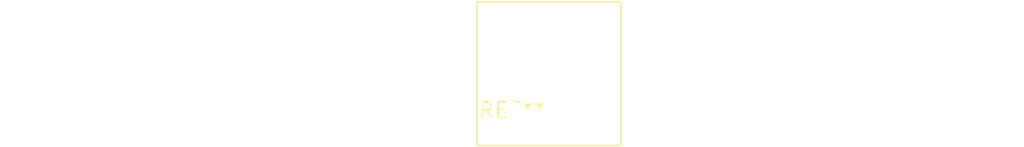
<source format=kicad_pcb>
(kicad_pcb (version 20240108) (generator pcbnew)
  (layers (0 "F.Cu" signal) (31 "B.Cu" signal) (34 "B.Paste" user) (35 "F.Paste" user) (36 "B.SilkS" user "B.Silkscreen") (37 "F.SilkS" user "F.Silkscreen") (38 "B.Mask" user) (39 "F.Mask" user) (44 "Edge.Cuts" user))
  (net 0 "")
  (footprint "L_Radial_L11.5mm_W11.5mm_Px6.00mm_Py6.00mm_Neosid_NE-CPB-11EN_Drill1.5mm" (layer "F.Cu") (at 0 0)
    (property "Reference" "REF**")
    (property "Value" "L_Radial_L11.5mm_W11.5mm_Px6.00mm_Py6.00mm_Neosid_NE-CPB-11EN_Drill1.5mm")
    (fp_line (start -2.87 -8.87) (end -2.87 2.87) (layer "F.SilkS") (stroke (width 0.12)))
    (fp_line (start -2.87 -8.87) (end 8.87 -8.87) (layer "F.SilkS") (stroke (width 0.12)))
    (fp_line (start -2.87 2.87) (end 8.87 2.87) (layer "F.SilkS") (stroke (width 0.12)))
    (fp_line (start 8.87 -8.87) (end 8.87 2.87) (layer "F.SilkS") (stroke (width 0.12)))
    (pad "1" thru_hole circle (at 0 0) (size 3 3) (drill 1.5) (layers *.Cu *.Mask) (remove_unused_layers))
    (pad "2" thru_hole circle (at 6 -6) (size 3 3) (drill 1.5) (layers *.Cu *.Mask) (remove_unused_layers))
  )
)
</source>
